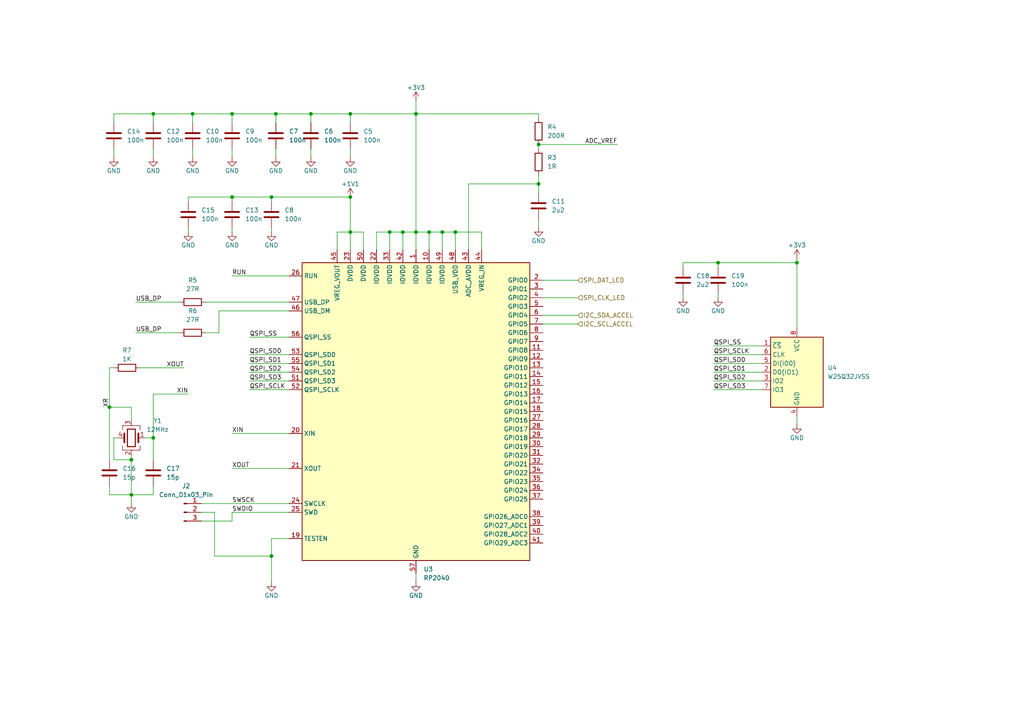
<source format=kicad_sch>
(kicad_sch (version 20231120) (generator "eeschema") (generator_version "8.0")
  (paper "A4")
  (lib_symbols
    (symbol "Connector:Conn_01x03_Pin" (pin_names (offset 1.016) hide)
      (property "Reference" "J" (at 0 5.08 0))
      (property "Value" "Conn_01x03_Pin" (at 0 -5.08 0))
      (symbol "Conn_01x03_Pin_1_1"
        (polyline (pts (xy 1.27 -2.54) (xy 0.8636 -2.54)) (stroke (width 0.1524)))
        (polyline (pts (xy 1.27 0) (xy 0.8636 0)) (stroke (width 0.1524)))
        (polyline (pts (xy 1.27 2.54) (xy 0.8636 2.54)) (stroke (width 0.1524)))
        (rectangle (start 0.8636 -2.413) (end 0 -2.667) (stroke (width 0.1524)) (fill (type outline)))
        (rectangle (start 0.8636 0.127) (end 0 -0.127) (stroke (width 0.1524)) (fill (type outline)))
        (rectangle (start 0.8636 2.667) (end 0 2.413) (stroke (width 0.1524)) (fill (type outline)))
        (pin passive line (at 5.08 2.54 180) (length 3.81) (name "Pin_1") (number "1"))
        (pin passive line (at 5.08 0 180) (length 3.81) (name "Pin_2") (number "2"))
        (pin passive line (at 5.08 -2.54 180) (length 3.81) (name "Pin_3") (number "3"))
      )
    )
    (symbol "Device:C" (pin_numbers hide) (pin_names (offset 0.254))
      (property "Reference" "C" (at 0.635 2.54 0))
      (property "Value" "C" (at 0.635 -2.54 0))
      (symbol "C_0_1"
        (polyline (pts (xy -2.032 -0.762) (xy 2.032 -0.762)) (stroke (width 0.508)))
        (polyline (pts (xy -2.032 0.762) (xy 2.032 0.762)) (stroke (width 0.508)))
      )
      (symbol "C_1_1"
        (pin passive line (at 0 3.81 270) (length 2.794) (name "~") (number "1"))
        (pin passive line (at 0 -3.81 90) (length 2.794) (name "~") (number "2"))
      )
    )
    (symbol "Device:Crystal_GND23" (pin_names (offset 1.016) hide)
      (property "Reference" "Y" (at 3.175 5.08 0))
      (property "Value" "Crystal_GND23" (at 3.175 3.175 0))
      (symbol "Crystal_GND23_0_1"
        (rectangle (start -1.143 2.54) (end 1.143 -2.54) (stroke (width 0.3048)))
        (polyline (pts (xy -2.54 0) (xy -2.032 0)))
        (polyline (pts (xy -2.032 -1.27) (xy -2.032 1.27)) (stroke (width 0.508)))
        (polyline (pts (xy 0 -3.81) (xy 0 -3.556)))
        (polyline (pts (xy 0 3.556) (xy 0 3.81)))
        (polyline (pts (xy 2.032 -1.27) (xy 2.032 1.27)) (stroke (width 0.508)))
        (polyline (pts (xy 2.032 0) (xy 2.54 0)))
        (polyline (pts (xy -2.54 -2.286) (xy -2.54 -3.556) (xy 2.54 -3.556) (xy 2.54 -2.286)))
        (polyline (pts (xy -2.54 2.286) (xy -2.54 3.556) (xy 2.54 3.556) (xy 2.54 2.286)))
      )
      (symbol "Crystal_GND23_1_1"
        (pin passive line (at -3.81 0 0) (length 1.27) (name "1") (number "1"))
        (pin passive line (at 0 5.08 270) (length 1.27) (name "2") (number "2"))
        (pin passive line (at 0 -5.08 90) (length 1.27) (name "3") (number "3"))
        (pin passive line (at 3.81 0 180) (length 1.27) (name "4") (number "4"))
      )
    )
    (symbol "Device:R" (pin_numbers hide) (pin_names (offset 0))
      (property "Reference" "R" (at 2.032 0 90))
      (property "Value" "R" (at 0 0 90))
      (symbol "R_0_1"
        (rectangle (start -1.016 -2.54) (end 1.016 2.54) (stroke (width 0.254)))
      )
      (symbol "R_1_1"
        (pin passive line (at 0 3.81 270) (length 1.27) (name "~") (number "1"))
        (pin passive line (at 0 -3.81 90) (length 1.27) (name "~") (number "2"))
      )
    )
    (symbol "Memory_Flash:W25Q32JVSS"
      (property "Reference" "U" (at -6.35 11.43 0))
      (property "Value" "W25Q32JVSS" (at 7.62 11.43 0))
      (symbol "W25Q32JVSS_0_1"
        (rectangle (start -7.62 10.16) (end 7.62 -10.16) (stroke (width 0.254)) (fill (type background)))
      )
      (symbol "W25Q32JVSS_1_1"
        (pin input line (at -10.16 7.62 0) (length 2.54) (name "~{CS}") (number "1"))
        (pin bidirectional line (at -10.16 0 0) (length 2.54) (name "DO(IO1)") (number "2"))
        (pin bidirectional line (at -10.16 -2.54 0) (length 2.54) (name "IO2") (number "3"))
        (pin power_in line (at 0 -12.7 90) (length 2.54) (name "GND") (number "4"))
        (pin bidirectional line (at -10.16 2.54 0) (length 2.54) (name "DI(IO0)") (number "5"))
        (pin input line (at -10.16 5.08 0) (length 2.54) (name "CLK") (number "6"))
        (pin bidirectional line (at -10.16 -5.08 0) (length 2.54) (name "IO3") (number "7"))
        (pin power_in line (at 0 12.7 270) (length 2.54) (name "VCC") (number "8"))
      )
    )
    (symbol "power:+3V3" (power) (pin_numbers hide) (pin_names (offset 0) hide)
      (property "Value" "+3V3" (at 0 3.556 0))
      (symbol "+3V3_0_1"
        (polyline (pts (xy -0.762 1.27) (xy 0 2.54)))
        (polyline (pts (xy 0 0) (xy 0 2.54)))
        (polyline (pts (xy 0 2.54) (xy 0.762 1.27)))
      )
      (symbol "+3V3_1_1"
        (pin power_in line (at 0 0 90) (length 0) (name "~") (number "1"))
      )
    )
    (symbol "power:GND" (power) (pin_numbers hide) (pin_names (offset 0) hide)
      (property "Value" "GND" (at 0 -3.81 0))
      (symbol "GND_0_1"
        (polyline (pts (xy 0 0) (xy 0 -1.27) (xy 1.27 -1.27) (xy 0 -2.54) (xy -1.27 -1.27) (xy 0 -1.27)))
      )
      (symbol "GND_1_1"
        (pin power_in line (at 0 0 270) (length 0) (name "~") (number "1"))
      )
    )
    (symbol "suchi_chips:RP2040"
      (property "Reference" "U" (at -2.54 1.27 0))
      (property "Value" "RP2040" (at 0.508 -1.27 0))
      (symbol "RP2040_1_1"
        (rectangle (start -33.02 43.18) (end 33.02 -43.18) (stroke (width 0.254)) (fill (type background)))
        (pin power_in line (at 0 46.99 270) (length 3.81) (name "IOVDD") (number "1"))
        (pin power_in line (at 3.81 46.99 270) (length 3.81) (name "IOVDD") (number "10"))
        (pin bidirectional line (at 36.83 17.78 180) (length 3.81) (name "GPIO8") (number "11"))
        (pin bidirectional line (at 36.83 15.24 180) (length 3.81) (name "GPIO9") (number "12"))
        (pin bidirectional line (at 36.83 12.7 180) (length 3.81) (name "GPIO10") (number "13"))
        (pin bidirectional line (at 36.83 10.16 180) (length 3.81) (name "GPIO11") (number "14"))
        (pin bidirectional line (at 36.83 7.62 180) (length 3.81) (name "GPIO12") (number "15"))
        (pin bidirectional line (at 36.83 5.08 180) (length 3.81) (name "GPIO13") (number "16"))
        (pin bidirectional line (at 36.83 2.54 180) (length 3.81) (name "GPIO14") (number "17"))
        (pin bidirectional line (at 36.83 0 180) (length 3.81) (name "GPIO15") (number "18"))
        (pin input line (at -36.83 -36.83 0) (length 3.81) (name "TESTEN") (number "19"))
        (pin bidirectional line (at 36.83 38.1 180) (length 3.81) (name "GPIO0") (number "2"))
        (pin input line (at -36.83 -6.35 0) (length 3.81) (name "XIN") (number "20"))
        (pin passive line (at -36.83 -16.51 0) (length 3.81) (name "XOUT") (number "21"))
        (pin power_in line (at -11.43 46.99 270) (length 3.81) (name "IOVDD") (number "22"))
        (pin power_in line (at -19.05 46.99 270) (length 3.81) (name "DVDD") (number "23"))
        (pin input line (at -36.83 -26.67 0) (length 3.81) (name "SWCLK") (number "24"))
        (pin bidirectional line (at -36.83 -29.21 0) (length 3.81) (name "SWD") (number "25"))
        (pin input line (at -36.83 39.37 0) (length 3.81) (name "RUN") (number "26"))
        (pin bidirectional line (at 36.83 -2.54 180) (length 3.81) (name "GPIO16") (number "27"))
        (pin bidirectional line (at 36.83 -5.08 180) (length 3.81) (name "GPIO17") (number "28"))
        (pin bidirectional line (at 36.83 -7.62 180) (length 3.81) (name "GPIO18") (number "29"))
        (pin bidirectional line (at 36.83 35.56 180) (length 3.81) (name "GPIO1") (number "3"))
        (pin bidirectional line (at 36.83 -10.16 180) (length 3.81) (name "GPIO19") (number "30"))
        (pin bidirectional line (at 36.83 -12.7 180) (length 3.81) (name "GPIO20") (number "31"))
        (pin bidirectional line (at 36.83 -15.24 180) (length 3.81) (name "GPIO21") (number "32"))
        (pin power_in line (at -7.62 46.99 270) (length 3.81) (name "IOVDD") (number "33"))
        (pin bidirectional line (at 36.83 -17.78 180) (length 3.81) (name "GPIO22") (number "34"))
        (pin bidirectional line (at 36.83 -20.32 180) (length 3.81) (name "GPIO23") (number "35"))
        (pin bidirectional line (at 36.83 -22.86 180) (length 3.81) (name "GPIO24") (number "36"))
        (pin bidirectional line (at 36.83 -25.4 180) (length 3.81) (name "GPIO25") (number "37"))
        (pin bidirectional line (at 36.83 -30.48 180) (length 3.81) (name "GPIO26_ADC0") (number "38"))
        (pin bidirectional line (at 36.83 -33.02 180) (length 3.81) (name "GPIO27_ADC1") (number "39"))
        (pin bidirectional line (at 36.83 33.02 180) (length 3.81) (name "GPIO2") (number "4"))
        (pin bidirectional line (at 36.83 -35.56 180) (length 3.81) (name "GPIO28_ADC2") (number "40"))
        (pin bidirectional line (at 36.83 -38.1 180) (length 3.81) (name "GPIO29_ADC3") (number "41"))
        (pin power_in line (at -3.81 46.99 270) (length 3.81) (name "IOVDD") (number "42"))
        (pin power_in line (at 15.24 46.99 270) (length 3.81) (name "ADC_AVDD") (number "43"))
        (pin power_in line (at 19.05 46.99 270) (length 3.81) (name "VREG_IN") (number "44"))
        (pin power_out line (at -22.86 46.99 270) (length 3.81) (name "VREG_VOUT") (number "45"))
        (pin bidirectional line (at -36.83 29.21 0) (length 3.81) (name "USB_DM") (number "46"))
        (pin bidirectional line (at -36.83 31.75 0) (length 3.81) (name "USB_DP") (number "47"))
        (pin power_in line (at 11.43 46.99 270) (length 3.81) (name "USB_VDD") (number "48"))
        (pin power_in line (at 7.62 46.99 270) (length 3.81) (name "IOVDD") (number "49"))
        (pin bidirectional line (at 36.83 30.48 180) (length 3.81) (name "GPIO3") (number "5"))
        (pin power_in line (at -15.24 46.99 270) (length 3.81) (name "DVDD") (number "50"))
        (pin bidirectional line (at -36.83 8.89 0) (length 3.81) (name "QSPI_SD3") (number "51"))
        (pin output line (at -36.83 6.35 0) (length 3.81) (name "QSPI_SCLK") (number "52"))
        (pin bidirectional line (at -36.83 16.51 0) (length 3.81) (name "QSPI_SD0") (number "53"))
        (pin bidirectional line (at -36.83 11.43 0) (length 3.81) (name "QSPI_SD2") (number "54"))
        (pin bidirectional line (at -36.83 13.97 0) (length 3.81) (name "QSPI_SD1") (number "55"))
        (pin bidirectional line (at -36.83 21.59 0) (length 3.81) (name "QSPI_SS") (number "56"))
        (pin power_in line (at 0 -46.99 90) (length 3.81) (name "GND") (number "57"))
        (pin bidirectional line (at 36.83 27.94 180) (length 3.81) (name "GPIO4") (number "6"))
        (pin bidirectional line (at 36.83 25.4 180) (length 3.81) (name "GPIO5") (number "7"))
        (pin bidirectional line (at 36.83 22.86 180) (length 3.81) (name "GPIO6") (number "8"))
        (pin bidirectional line (at 36.83 20.32 180) (length 3.81) (name "GPIO7") (number "9"))
      )
    )
  )
  (junction (at 101.6 33.02))
  (junction (at 31.75 118.11))
  (junction (at 156.21 41.91))
  (junction (at 124.46 67.31))
  (junction (at 55.88 33.02))
  (junction (at 38.1 143.51))
  (junction (at 67.31 33.02))
  (junction (at 101.6 57.15))
  (junction (at 116.84 67.31))
  (junction (at 80.01 33.02))
  (junction (at 128.27 67.31))
  (junction (at 120.65 67.31))
  (junction (at 78.74 57.15))
  (junction (at 120.65 33.02))
  (junction (at 101.6 67.31))
  (junction (at 44.45 33.02))
  (junction (at 231.14 76.2))
  (junction (at 38.1 133.35))
  (junction (at 156.21 53.34))
  (junction (at 78.74 161.29))
  (junction (at 90.17 33.02))
  (junction (at 208.28 76.2))
  (junction (at 132.08 67.31))
  (junction (at 44.45 127))
  (junction (at 113.03 67.31))
  (junction (at 67.31 57.15))
  (wire (pts (xy 90.17 33.02) (xy 101.6 33.02)))
  (wire (pts (xy 67.31 35.56) (xy 67.31 33.02)))
  (wire (pts (xy 231.14 76.2) (xy 231.14 95.25)))
  (wire (pts (xy 198.12 77.47) (xy 198.12 76.2)))
  (wire (pts (xy 31.75 106.68) (xy 33.02 106.68)))
  (wire (pts (xy 38.1 133.35) (xy 38.1 132.08)))
  (wire (pts (xy 208.28 85.09) (xy 208.28 86.36)))
  (wire (pts (xy 167.64 93.98) (xy 157.48 93.98)))
  (wire (pts (xy 31.75 118.11) (xy 38.1 118.11)))
  (wire (pts (xy 97.79 72.39) (xy 97.79 67.31)))
  (wire (pts (xy 90.17 43.18) (xy 90.17 45.72)))
  (wire (pts (xy 124.46 67.31) (xy 128.27 67.31)))
  (wire (pts (xy 62.23 161.29) (xy 78.74 161.29)))
  (wire (pts (xy 80.01 43.18) (xy 80.01 45.72)))
  (wire (pts (xy 167.64 91.44) (xy 157.48 91.44)))
  (wire (pts (xy 101.6 33.02) (xy 101.6 35.56)))
  (wire (pts (xy 132.08 67.31) (xy 139.7 67.31)))
  (wire (pts (xy 55.88 43.18) (xy 55.88 45.72)))
  (wire (pts (xy 135.89 53.34) (xy 156.21 53.34)))
  (wire (pts (xy 120.65 33.02) (xy 101.6 33.02)))
  (wire (pts (xy 105.41 72.39) (xy 105.41 67.31)))
  (wire (pts (xy 78.74 156.21) (xy 78.74 161.29)))
  (wire (pts (xy 207.01 100.33) (xy 220.98 100.33)))
  (wire (pts (xy 105.41 67.31) (xy 101.6 67.31)))
  (wire (pts (xy 231.14 120.65) (xy 231.14 123.19)))
  (wire (pts (xy 44.45 114.3) (xy 54.61 114.3)))
  (wire (pts (xy 198.12 76.2) (xy 208.28 76.2)))
  (wire (pts (xy 38.1 143.51) (xy 38.1 133.35)))
  (wire (pts (xy 72.39 97.79) (xy 83.82 97.79)))
  (wire (pts (xy 44.45 35.56) (xy 44.45 33.02)))
  (wire (pts (xy 67.31 148.59) (xy 83.82 148.59)))
  (wire (pts (xy 67.31 151.13) (xy 67.31 148.59)))
  (wire (pts (xy 67.31 125.73) (xy 83.82 125.73)))
  (wire (pts (xy 63.5 96.52) (xy 59.69 96.52)))
  (wire (pts (xy 139.7 72.39) (xy 139.7 67.31)))
  (wire (pts (xy 58.42 148.59) (xy 62.23 148.59)))
  (wire (pts (xy 38.1 121.92) (xy 38.1 118.11)))
  (wire (pts (xy 31.75 140.97) (xy 31.75 143.51)))
  (wire (pts (xy 207.01 102.87) (xy 220.98 102.87)))
  (wire (pts (xy 62.23 148.59) (xy 62.23 161.29)))
  (wire (pts (xy 207.01 113.03) (xy 220.98 113.03)))
  (wire (pts (xy 132.08 67.31) (xy 132.08 72.39)))
  (wire (pts (xy 55.88 33.02) (xy 67.31 33.02)))
  (wire (pts (xy 31.75 143.51) (xy 38.1 143.51)))
  (wire (pts (xy 67.31 57.15) (xy 78.74 57.15)))
  (wire (pts (xy 31.75 106.68) (xy 31.75 118.11)))
  (wire (pts (xy 72.39 105.41) (xy 83.82 105.41)))
  (wire (pts (xy 109.22 72.39) (xy 109.22 67.31)))
  (wire (pts (xy 33.02 33.02) (xy 44.45 33.02)))
  (wire (pts (xy 44.45 127) (xy 44.45 133.35)))
  (wire (pts (xy 54.61 66.04) (xy 54.61 67.31)))
  (wire (pts (xy 33.02 127) (xy 33.02 133.35)))
  (wire (pts (xy 128.27 67.31) (xy 128.27 72.39)))
  (wire (pts (xy 78.74 58.42) (xy 78.74 57.15)))
  (wire (pts (xy 55.88 35.56) (xy 55.88 33.02)))
  (wire (pts (xy 83.82 87.63) (xy 59.69 87.63)))
  (wire (pts (xy 54.61 57.15) (xy 67.31 57.15)))
  (wire (pts (xy 135.89 72.39) (xy 135.89 53.34)))
  (wire (pts (xy 124.46 72.39) (xy 124.46 67.31)))
  (wire (pts (xy 41.91 127) (xy 44.45 127)))
  (wire (pts (xy 58.42 146.05) (xy 83.82 146.05)))
  (wire (pts (xy 78.74 67.31) (xy 78.74 66.04)))
  (wire (pts (xy 156.21 33.02) (xy 156.21 34.29)))
  (wire (pts (xy 44.45 140.97) (xy 44.45 143.51)))
  (wire (pts (xy 120.65 168.91) (xy 120.65 166.37)))
  (wire (pts (xy 31.75 118.11) (xy 31.75 133.35)))
  (wire (pts (xy 67.31 135.89) (xy 83.82 135.89)))
  (wire (pts (xy 198.12 85.09) (xy 198.12 86.36)))
  (wire (pts (xy 38.1 146.05) (xy 38.1 143.51)))
  (wire (pts (xy 128.27 67.31) (xy 132.08 67.31)))
  (wire (pts (xy 101.6 67.31) (xy 101.6 72.39)))
  (wire (pts (xy 78.74 161.29) (xy 78.74 168.91)))
  (wire (pts (xy 67.31 66.04) (xy 67.31 67.31)))
  (wire (pts (xy 44.45 43.18) (xy 44.45 45.72)))
  (wire (pts (xy 167.64 81.28) (xy 157.48 81.28)))
  (wire (pts (xy 113.03 67.31) (xy 113.03 72.39)))
  (wire (pts (xy 63.5 90.17) (xy 63.5 96.52)))
  (wire (pts (xy 156.21 41.91) (xy 156.21 43.18)))
  (wire (pts (xy 39.37 96.52) (xy 52.07 96.52)))
  (wire (pts (xy 67.31 33.02) (xy 80.01 33.02)))
  (wire (pts (xy 116.84 67.31) (xy 116.84 72.39)))
  (wire (pts (xy 116.84 67.31) (xy 120.65 67.31)))
  (wire (pts (xy 156.21 41.91) (xy 179.07 41.91)))
  (wire (pts (xy 156.21 63.5) (xy 156.21 66.04)))
  (wire (pts (xy 167.64 86.36) (xy 157.48 86.36)))
  (wire (pts (xy 156.21 33.02) (xy 120.65 33.02)))
  (wire (pts (xy 80.01 33.02) (xy 90.17 33.02)))
  (wire (pts (xy 54.61 58.42) (xy 54.61 57.15)))
  (wire (pts (xy 72.39 107.95) (xy 83.82 107.95)))
  (wire (pts (xy 78.74 57.15) (xy 101.6 57.15)))
  (wire (pts (xy 67.31 80.01) (xy 83.82 80.01)))
  (wire (pts (xy 72.39 110.49) (xy 83.82 110.49)))
  (wire (pts (xy 44.45 143.51) (xy 38.1 143.51)))
  (wire (pts (xy 33.02 35.56) (xy 33.02 33.02)))
  (wire (pts (xy 33.02 43.18) (xy 33.02 45.72)))
  (wire (pts (xy 44.45 127) (xy 44.45 114.3)))
  (wire (pts (xy 101.6 57.15) (xy 101.6 67.31)))
  (wire (pts (xy 207.01 105.41) (xy 220.98 105.41)))
  (wire (pts (xy 34.29 127) (xy 33.02 127)))
  (wire (pts (xy 120.65 67.31) (xy 124.46 67.31)))
  (wire (pts (xy 97.79 67.31) (xy 101.6 67.31)))
  (wire (pts (xy 39.37 87.63) (xy 52.07 87.63)))
  (wire (pts (xy 101.6 43.18) (xy 101.6 45.72)))
  (wire (pts (xy 207.01 107.95) (xy 220.98 107.95)))
  (wire (pts (xy 44.45 33.02) (xy 55.88 33.02)))
  (wire (pts (xy 120.65 29.21) (xy 120.65 33.02)))
  (wire (pts (xy 109.22 67.31) (xy 113.03 67.31)))
  (wire (pts (xy 80.01 35.56) (xy 80.01 33.02)))
  (wire (pts (xy 231.14 74.93) (xy 231.14 76.2)))
  (wire (pts (xy 156.21 50.8) (xy 156.21 53.34)))
  (wire (pts (xy 208.28 76.2) (xy 208.28 77.47)))
  (wire (pts (xy 90.17 35.56) (xy 90.17 33.02)))
  (wire (pts (xy 72.39 102.87) (xy 83.82 102.87)))
  (wire (pts (xy 83.82 156.21) (xy 78.74 156.21)))
  (wire (pts (xy 72.39 113.03) (xy 83.82 113.03)))
  (wire (pts (xy 208.28 76.2) (xy 231.14 76.2)))
  (wire (pts (xy 58.42 151.13) (xy 67.31 151.13)))
  (wire (pts (xy 207.01 110.49) (xy 220.98 110.49)))
  (wire (pts (xy 67.31 58.42) (xy 67.31 57.15)))
  (wire (pts (xy 53.34 106.68) (xy 40.64 106.68)))
  (wire (pts (xy 67.31 43.18) (xy 67.31 45.72)))
  (wire (pts (xy 120.65 33.02) (xy 120.65 67.31)))
  (wire (pts (xy 33.02 133.35) (xy 38.1 133.35)))
  (wire (pts (xy 120.65 67.31) (xy 120.65 72.39)))
  (wire (pts (xy 83.82 90.17) (xy 63.5 90.17)))
  (wire (pts (xy 113.03 67.31) (xy 116.84 67.31)))
  (wire (pts (xy 156.21 53.34) (xy 156.21 55.88)))
  (label "XR" (at 31.75 118.11 90))
  (label "QSPI_SS" (at 72.39 97.79 0))
  (label "QSPI_SD0" (at 207.01 105.41 0))
  (label "ADC_VREF" (at 179.07 41.91 180))
  (label "QSPI_SD0" (at 72.39 102.87 0))
  (label "QSPI_SS" (at 207.01 100.33 0))
  (label "XIN" (at 67.31 125.73 0))
  (label "QSPI_SCLK" (at 207.01 102.87 0))
  (label "XIN" (at 54.61 114.3 180))
  (label "USB_DP" (at 39.37 96.52 0))
  (label "USB_DP" (at 39.37 87.63 0))
  (label "SWDIO" (at 67.31 148.59 0))
  (label "QSPI_SD3" (at 207.01 113.03 0))
  (label "SWSCK" (at 67.31 146.05 0))
  (label "XOUT" (at 67.31 135.89 0))
  (label "QSPI_SCLK" (at 72.39 113.03 0))
  (label "RUN" (at 67.31 80.01 0))
  (label "QSPI_SD1" (at 72.39 105.41 0))
  (label "QSPI_SD1" (at 207.01 107.95 0))
  (label "QSPI_SD2" (at 72.39 107.95 0))
  (label "QSPI_SD2" (at 207.01 110.49 0))
  (label "XOUT" (at 53.34 106.68 180))
  (label "QSPI_SD3" (at 72.39 110.49 0))
  (hierarchical_label "SPI_DAT_LED" (shape input) (at 167.64 81.28 0))
  (hierarchical_label "SPI_CLK_LED" (shape input) (at 167.64 86.36 0))
  (hierarchical_label "I2C_SCL_ACCEL" (shape input) (at 167.64 93.98 0))
  (hierarchical_label "I2C_SDA_ACCEL" (shape input) (at 167.64 91.44 0))
  (symbol (lib_id "power:GND") (at 120.65 168.91 0) (unit 1)
    (property "Reference" "#PWR018" (effects (hide yes)))
    (property "Value" "GND" (at 120.65 172.72 0))
    (property "Description" "Power symbol creates a global label with name \"GND\" , ground" (effects (hide yes)))
  )
  (symbol (lib_id "power:GND") (at 156.21 66.04 0) (unit 1)
    (property "Reference" "#PWR026" (effects (hide yes)))
    (property "Value" "GND" (at 156.21 69.85 0))
    (property "Description" "Power symbol creates a global label with name \"GND\" , ground" (effects (hide yes)))
  )
  (symbol (lib_id "Device:C") (at 156.21 59.69 0) (unit 1)
    (property "Reference" "C11" (at 160.02 58.4199 0) (effects (justify left)))
    (property "Value" "2u2" (at 160.02 60.9599 0) (effects (justify left)))
    (property "Description" "6.3V X5R" (effects (hide yes)))
  )
  (symbol (lib_id "Device:C") (at 67.31 39.37 0) (unit 1)
    (property "Reference" "C9" (at 71.12 38.0999 0) (effects (justify left)))
    (property "Value" "100n" (at 71.12 40.6399 0) (effects (justify left)))
    (property "Footprint" "0603" (effects (hide yes)))
    (property "Description" "Unpolarized capacitor" (effects (hide yes)))
  )
  (symbol (lib_id "Device:C") (at 55.88 39.37 0) (unit 1)
    (property "Reference" "C10" (at 59.69 38.0999 0) (effects (justify left)))
    (property "Value" "100n" (at 59.69 40.6399 0) (effects (justify left)))
    (property "Footprint" "0603" (effects (hide yes)))
    (property "Description" "Unpolarized capacitor" (effects (hide yes)))
  )
  (symbol (lib_id "Device:C") (at 78.74 62.23 0) (unit 1)
    (property "Reference" "C8" (at 82.55 60.9599 0) (effects (justify left)))
    (property "Value" "100n" (at 82.55 63.4999 0) (effects (justify left)))
    (property "Footprint" "0603" (effects (hide yes)))
    (property "Description" "Unpolarized capacitor" (effects (hide yes)))
  )
  (symbol (lib_id "power:GND") (at 101.6 45.72 0) (unit 1)
    (property "Reference" "#PWR016" (effects (hide yes)))
    (property "Value" "GND" (at 101.6 49.53 0))
    (property "Description" "Power symbol creates a global label with name \"GND\" , ground" (effects (hide yes)))
  )
  (symbol (lib_id "Device:C") (at 44.45 39.37 0) (unit 1)
    (property "Reference" "C12" (at 48.26 38.0999 0) (effects (justify left)))
    (property "Value" "100n" (at 48.26 40.6399 0) (effects (justify left)))
    (property "Footprint" "0603" (effects (hide yes)))
    (property "Description" "Unpolarized capacitor" (effects (hide yes)))
  )
  (symbol (lib_id "power:GND") (at 55.88 45.72 0) (unit 1)
    (property "Reference" "#PWR025" (effects (hide yes)))
    (property "Value" "GND" (at 55.88 49.53 0))
    (property "Description" "Power symbol creates a global label with name \"GND\" , ground" (effects (hide yes)))
  )
  (symbol (lib_id "power:+3V3") (at 120.65 29.21 0) (unit 1)
    (property "Reference" "#PWR017" (effects (hide yes)))
    (property "Value" "+3V3" (at 120.65 25.4 0))
    (property "Description" "Power symbol creates a global label with name \"+3V3\"" (effects (hide yes)))
  )
  (symbol (lib_id "power:GND") (at 90.17 45.72 0) (unit 1)
    (property "Reference" "#PWR019" (effects (hide yes)))
    (property "Value" "GND" (at 90.17 49.53 0))
    (property "Description" "Power symbol creates a global label with name \"GND\" , ground" (effects (hide yes)))
  )
  (symbol (lib_id "Device:C") (at 44.45 137.16 0) (unit 1)
    (property "Reference" "C17" (at 48.26 135.8899 0) (effects (justify left)))
    (property "Value" "15p" (at 48.26 138.4299 0) (effects (justify left)))
    (property "Description" "C0G" (effects (hide yes)))
  )
  (symbol (lib_id "Device:C") (at 33.02 39.37 0) (unit 1)
    (property "Reference" "C14" (at 36.83 38.0999 0) (effects (justify left)))
    (property "Value" "100n" (at 36.83 40.6399 0) (effects (justify left)))
    (property "Footprint" "0603" (effects (hide yes)))
    (property "Description" "Unpolarized capacitor" (effects (hide yes)))
  )
  (symbol (lib_id "Device:C") (at 208.28 81.28 0) (unit 1)
    (property "Reference" "C19" (at 212.09 80.0099 0) (effects (justify left)))
    (property "Value" "100n" (at 212.09 82.5499 0) (effects (justify left)))
    (property "Description" "6.3V X5R 10%" (effects (hide yes)))
  )
  (symbol (lib_id "power:GND") (at 67.31 67.31 0) (unit 1)
    (property "Reference" "#PWR028" (effects (hide yes)))
    (property "Value" "GND" (at 67.31 71.12 0))
    (property "Description" "Power symbol creates a global label with name \"GND\" , ground" (effects (hide yes)))
  )
  (symbol (lib_id "Device:C") (at 54.61 62.23 0) (unit 1)
    (property "Reference" "C15" (at 58.42 60.9599 0) (effects (justify left)))
    (property "Value" "100n" (at 58.42 63.4999 0) (effects (justify left)))
    (property "Footprint" "0603" (effects (hide yes)))
    (property "Description" "Unpolarized capacitor" (effects (hide yes)))
  )
  (symbol (lib_id "power:GND") (at 67.31 45.72 0) (unit 1)
    (property "Reference" "#PWR024" (effects (hide yes)))
    (property "Value" "GND" (at 67.31 49.53 0))
    (property "Description" "Power symbol creates a global label with name \"GND\" , ground" (effects (hide yes)))
  )
  (symbol (lib_id "power:GND") (at 78.74 168.91 0) (unit 1)
    (property "Reference" "#PWR020" (effects (hide yes)))
    (property "Value" "GND" (at 78.74 172.72 0))
    (property "Description" "Power symbol creates a global label with name \"GND\" , ground" (effects (hide yes)))
  )
  (symbol (lib_id "power:GND") (at 54.61 67.31 0) (unit 1)
    (property "Reference" "#PWR030" (effects (hide yes)))
    (property "Value" "GND" (at 54.61 71.12 0))
    (property "Description" "Power symbol creates a global label with name \"GND\" , ground" (effects (hide yes)))
  )
  (symbol (lib_id "power:GND") (at 44.45 45.72 0) (unit 1)
    (property "Reference" "#PWR027" (effects (hide yes)))
    (property "Value" "GND" (at 44.45 49.53 0))
    (property "Description" "Power symbol creates a global label with name \"GND\" , ground" (effects (hide yes)))
  )
  (symbol (lib_id "power:+3V3") (at 101.6 57.15 0) (unit 1)
    (property "Reference" "#PWR023" (effects (hide yes)))
    (property "Value" "+1V1" (at 101.6 53.34 0))
    (property "Description" "Power symbol creates a global label with name \"+3V3\"" (effects (hide yes)))
  )
  (symbol (lib_id "Device:R") (at 156.21 38.1 0) (unit 1)
    (property "Reference" "R4" (at 158.75 36.8299 0) (effects (justify left)))
    (property "Value" "200R" (at 158.75 39.3699 0) (effects (justify left)))
    (property "Description" "1% 100mW" (effects (hide yes)))
  )
  (symbol (lib_id "Device:Crystal_GND23") (at 38.1 127 180) (unit 1)
    (property "Reference" "Y1" (at 45.72 122.0468 0))
    (property "Value" "12MHz" (at 45.72 124.5868 0))
    (property "Description" "Four pin crystal, GND on pins 2 and 3" (effects (hide yes)))
  )
  (symbol (lib_id "Device:R") (at 55.88 96.52 90) (unit 1)
    (property "Reference" "R6" (at 55.88 90.17 90))
    (property "Value" "27R" (at 55.88 92.71 90))
    (property "Description" "50mW" (effects (hide yes)))
  )
  (symbol (lib_id "power:GND") (at 80.01 45.72 0) (unit 1)
    (property "Reference" "#PWR021" (effects (hide yes)))
    (property "Value" "GND" (at 80.01 49.53 0))
    (property "Description" "Power symbol creates a global label with name \"GND\" , ground" (effects (hide yes)))
  )
  (symbol (lib_id "Device:R") (at 36.83 106.68 90) (unit 1)
    (property "Reference" "R7" (at 36.83 101.6 90))
    (property "Value" "1K" (at 36.83 104.14 90))
    (property "Description" "Resistor" (effects (hide yes)))
  )
  (symbol (lib_id "suchi_chips:RP2040") (at 120.65 119.38 0) (unit 1)
    (property "Reference" "U3" (at 122.8441 165.1 0) (effects (justify left)))
    (property "Value" "RP2040" (at 122.8441 167.64 0) (effects (justify left)))
  )
  (symbol (lib_id "Device:C") (at 31.75 137.16 0) (unit 1)
    (property "Reference" "C16" (at 35.56 135.8899 0) (effects (justify left)))
    (property "Value" "15p" (at 35.56 138.4299 0) (effects (justify left)))
    (property "Description" "C0G" (effects (hide yes)))
  )
  (symbol (lib_id "power:+3V3") (at 231.14 74.93 0) (unit 1)
    (property "Reference" "#PWR032" (effects (hide yes)))
    (property "Value" "+3V3" (at 231.14 71.12 0))
    (property "Description" "Power symbol creates a global label with name \"+3V3\"" (effects (hide yes)))
  )
  (symbol (lib_id "power:GND") (at 231.14 123.19 0) (unit 1)
    (property "Reference" "#PWR035" (effects (hide yes)))
    (property "Value" "GND" (at 231.14 127 0))
    (property "Description" "Power symbol creates a global label with name \"GND\" , ground" (effects (hide yes)))
  )
  (symbol (lib_id "power:GND") (at 208.28 86.36 0) (unit 1)
    (property "Reference" "#PWR034" (effects (hide yes)))
    (property "Value" "GND" (at 208.28 90.17 0))
    (property "Description" "Power symbol creates a global label with name \"GND\" , ground" (effects (hide yes)))
  )
  (symbol (lib_id "power:GND") (at 38.1 146.05 0) (unit 1)
    (property "Reference" "#PWR031" (effects (hide yes)))
    (property "Value" "GND" (at 38.1 149.86 0))
    (property "Description" "Power symbol creates a global label with name \"GND\" , ground" (effects (hide yes)))
  )
  (symbol (lib_id "Device:R") (at 156.21 46.99 0) (unit 1)
    (property "Reference" "R3" (at 158.75 45.7199 0) (effects (justify left)))
    (property "Value" "1R" (at 158.75 48.2599 0) (effects (justify left)))
    (property "Description" "63mW" (effects (hide yes)))
  )
  (symbol (lib_id "Device:C") (at 67.31 62.23 0) (unit 1)
    (property "Reference" "C13" (at 71.12 60.9599 0) (effects (justify left)))
    (property "Value" "100n" (at 71.12 63.4999 0) (effects (justify left)))
    (property "Footprint" "0603" (effects (hide yes)))
    (property "Description" "Unpolarized capacitor" (effects (hide yes)))
  )
  (symbol (lib_id "power:GND") (at 33.02 45.72 0) (unit 1)
    (property "Reference" "#PWR029" (effects (hide yes)))
    (property "Value" "GND" (at 33.02 49.53 0))
    (property "Description" "Power symbol creates a global label with name \"GND\" , ground" (effects (hide yes)))
  )
  (symbol (lib_id "power:GND") (at 78.74 67.31 0) (unit 1)
    (property "Reference" "#PWR022" (effects (hide yes)))
    (property "Value" "GND" (at 78.74 71.12 0))
    (property "Description" "Power symbol creates a global label with name \"GND\" , ground" (effects (hide yes)))
  )
  (symbol (lib_id "Device:C") (at 101.6 39.37 0) (unit 1)
    (property "Reference" "C5" (at 105.41 38.0999 0) (effects (justify left)))
    (property "Value" "100n" (at 105.41 40.6399 0) (effects (justify left)))
    (property "Footprint" "0603" (effects (hide yes)))
    (property "Description" "Unpolarized capacitor" (effects (hide yes)))
  )
  (symbol (lib_id "Device:C") (at 90.17 39.37 0) (unit 1)
    (property "Reference" "C6" (at 93.98 38.0999 0) (effects (justify left)))
    (property "Value" "100n" (at 93.98 40.6399 0) (effects (justify left)))
    (property "Footprint" "0603" (effects (hide yes)))
    (property "Description" "Unpolarized capacitor" (effects (hide yes)))
  )
  (symbol (lib_id "power:GND") (at 198.12 86.36 0) (unit 1)
    (property "Reference" "#PWR033" (effects (hide yes)))
    (property "Value" "GND" (at 198.12 90.17 0))
    (property "Description" "Power symbol creates a global label with name \"GND\" , ground" (effects (hide yes)))
  )
  (symbol (lib_id "Device:C") (at 80.01 39.37 0) (unit 1)
    (property "Reference" "C7" (at 83.82 38.0999 0) (effects (justify left)))
    (property "Value" "100n" (at 83.82 40.6399 0) (effects (justify left)))
    (property "Footprint" "0603" (effects (hide yes)))
    (property "Description" "Unpolarized capacitor" (effects (hide yes)))
  )
  (symbol (lib_id "Device:R") (at 55.88 87.63 90) (unit 1)
    (property "Reference" "R5" (at 55.88 81.28 90))
    (property "Value" "27R" (at 55.88 83.82 90))
    (property "Description" "50mW" (effects (hide yes)))
  )
  (symbol (lib_id "Device:C") (at 198.12 81.28 0) (unit 1)
    (property "Reference" "C18" (at 201.93 80.0099 0) (effects (justify left)))
    (property "Value" "2u2" (at 201.93 82.5499 0) (effects (justify left)))
    (property "Description" "X5R 20% 6.3V" (effects (hide yes)))
  )
  (symbol (lib_id "Connector:Conn_01x03_Pin") (at 53.34 148.59 0) (unit 1)
    (property "Reference" "J2" (at 53.975 140.97 0))
    (property "Value" "Conn_01x03_Pin" (at 53.975 143.51 0))
    (property "Description" "Generic connector, single row, 01x03, script generated" (effects (hide yes)))
  )
  (symbol (lib_id "Memory_Flash:W25Q32JVSS") (at 231.14 107.95 0) (unit 1)
    (property "Reference" "U4" (at 240.03 106.6799 0) (effects (justify left)))
    (property "Value" "W25Q32JVSS" (at 240.03 109.2199 0) (effects (justify left)))
    (property "Footprint" "Package_SO:SOIC-8_5.23x5.23mm_P1.27mm" (effects (hide yes)))
    (property "Datasheet" "http://www.winbond.com/resource-files/w25q32jv%20revg%2003272018%20plus.pdf" (effects (hide yes)))
    (property "Description" "32Mb Serial Flash Memory, Standard/Dual/Quad SPI, SOIC-8" (effects (hide yes)))
  )
)
</source>
